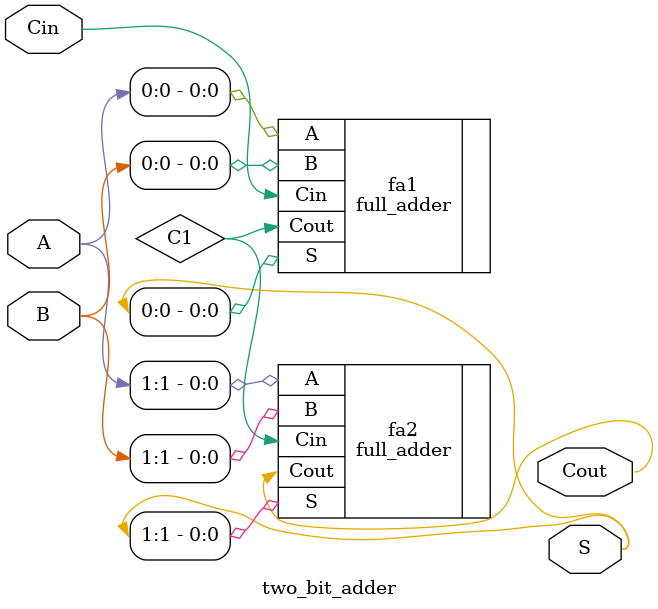
<source format=v>
module two_bit_adder(A,B,Cin,Cout,S);
input [1:0] A,B;
input Cin;
output Cout;
output [1:0] S;

full_adder fa1(.A(A[0]), .B(B[0]),.Cin(Cin),.S(S[0]),.Cout(C1));
full_adder fa2(.A(A[1]), .B(B[1]),.Cin(C1),.S(S[1]),.Cout(Cout));
endmodule

</source>
